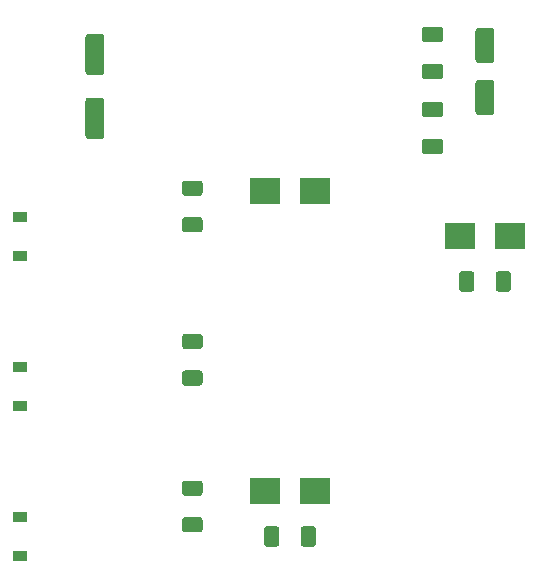
<source format=gbr>
%TF.GenerationSoftware,KiCad,Pcbnew,5.1.10-1.fc33*%
%TF.CreationDate,2021-06-13T17:02:16+02:00*%
%TF.ProjectId,power-driver,706f7765-722d-4647-9269-7665722e6b69,rev?*%
%TF.SameCoordinates,Original*%
%TF.FileFunction,Paste,Top*%
%TF.FilePolarity,Positive*%
%FSLAX46Y46*%
G04 Gerber Fmt 4.6, Leading zero omitted, Abs format (unit mm)*
G04 Created by KiCad (PCBNEW 5.1.10-1.fc33) date 2021-06-13 17:02:16*
%MOMM*%
%LPD*%
G01*
G04 APERTURE LIST*
%ADD10R,1.200000X0.900000*%
%ADD11R,2.500000X2.300000*%
G04 APERTURE END LIST*
D10*
%TO.C,D6*%
X105410000Y-118490000D03*
X105410000Y-115190000D03*
%TD*%
%TO.C,D5*%
X105410000Y-105790000D03*
X105410000Y-102490000D03*
%TD*%
%TO.C,D4*%
X105410000Y-93090000D03*
X105410000Y-89790000D03*
%TD*%
%TO.C,R8*%
G36*
G01*
X129170000Y-117465000D02*
X129170000Y-116215000D01*
G75*
G02*
X129420000Y-115965000I250000J0D01*
G01*
X130220000Y-115965000D01*
G75*
G02*
X130470000Y-116215000I0J-250000D01*
G01*
X130470000Y-117465000D01*
G75*
G02*
X130220000Y-117715000I-250000J0D01*
G01*
X129420000Y-117715000D01*
G75*
G02*
X129170000Y-117465000I0J250000D01*
G01*
G37*
G36*
G01*
X126070000Y-117465000D02*
X126070000Y-116215000D01*
G75*
G02*
X126320000Y-115965000I250000J0D01*
G01*
X127120000Y-115965000D01*
G75*
G02*
X127370000Y-116215000I0J-250000D01*
G01*
X127370000Y-117465000D01*
G75*
G02*
X127120000Y-117715000I-250000J0D01*
G01*
X126320000Y-117715000D01*
G75*
G02*
X126070000Y-117465000I0J250000D01*
G01*
G37*
%TD*%
%TO.C,R7*%
G36*
G01*
X145680000Y-95875000D02*
X145680000Y-94625000D01*
G75*
G02*
X145930000Y-94375000I250000J0D01*
G01*
X146730000Y-94375000D01*
G75*
G02*
X146980000Y-94625000I0J-250000D01*
G01*
X146980000Y-95875000D01*
G75*
G02*
X146730000Y-96125000I-250000J0D01*
G01*
X145930000Y-96125000D01*
G75*
G02*
X145680000Y-95875000I0J250000D01*
G01*
G37*
G36*
G01*
X142580000Y-95875000D02*
X142580000Y-94625000D01*
G75*
G02*
X142830000Y-94375000I250000J0D01*
G01*
X143630000Y-94375000D01*
G75*
G02*
X143880000Y-94625000I0J-250000D01*
G01*
X143880000Y-95875000D01*
G75*
G02*
X143630000Y-96125000I-250000J0D01*
G01*
X142830000Y-96125000D01*
G75*
G02*
X142580000Y-95875000I0J250000D01*
G01*
G37*
%TD*%
%TO.C,R3*%
G36*
G01*
X119390000Y-115200000D02*
X120640000Y-115200000D01*
G75*
G02*
X120890000Y-115450000I0J-250000D01*
G01*
X120890000Y-116250000D01*
G75*
G02*
X120640000Y-116500000I-250000J0D01*
G01*
X119390000Y-116500000D01*
G75*
G02*
X119140000Y-116250000I0J250000D01*
G01*
X119140000Y-115450000D01*
G75*
G02*
X119390000Y-115200000I250000J0D01*
G01*
G37*
G36*
G01*
X119390000Y-112100000D02*
X120640000Y-112100000D01*
G75*
G02*
X120890000Y-112350000I0J-250000D01*
G01*
X120890000Y-113150000D01*
G75*
G02*
X120640000Y-113400000I-250000J0D01*
G01*
X119390000Y-113400000D01*
G75*
G02*
X119140000Y-113150000I0J250000D01*
G01*
X119140000Y-112350000D01*
G75*
G02*
X119390000Y-112100000I250000J0D01*
G01*
G37*
%TD*%
%TO.C,R2*%
G36*
G01*
X119390000Y-102780000D02*
X120640000Y-102780000D01*
G75*
G02*
X120890000Y-103030000I0J-250000D01*
G01*
X120890000Y-103830000D01*
G75*
G02*
X120640000Y-104080000I-250000J0D01*
G01*
X119390000Y-104080000D01*
G75*
G02*
X119140000Y-103830000I0J250000D01*
G01*
X119140000Y-103030000D01*
G75*
G02*
X119390000Y-102780000I250000J0D01*
G01*
G37*
G36*
G01*
X119390000Y-99680000D02*
X120640000Y-99680000D01*
G75*
G02*
X120890000Y-99930000I0J-250000D01*
G01*
X120890000Y-100730000D01*
G75*
G02*
X120640000Y-100980000I-250000J0D01*
G01*
X119390000Y-100980000D01*
G75*
G02*
X119140000Y-100730000I0J250000D01*
G01*
X119140000Y-99930000D01*
G75*
G02*
X119390000Y-99680000I250000J0D01*
G01*
G37*
%TD*%
%TO.C,R1*%
G36*
G01*
X119390000Y-89800000D02*
X120640000Y-89800000D01*
G75*
G02*
X120890000Y-90050000I0J-250000D01*
G01*
X120890000Y-90850000D01*
G75*
G02*
X120640000Y-91100000I-250000J0D01*
G01*
X119390000Y-91100000D01*
G75*
G02*
X119140000Y-90850000I0J250000D01*
G01*
X119140000Y-90050000D01*
G75*
G02*
X119390000Y-89800000I250000J0D01*
G01*
G37*
G36*
G01*
X119390000Y-86700000D02*
X120640000Y-86700000D01*
G75*
G02*
X120890000Y-86950000I0J-250000D01*
G01*
X120890000Y-87750000D01*
G75*
G02*
X120640000Y-88000000I-250000J0D01*
G01*
X119390000Y-88000000D01*
G75*
G02*
X119140000Y-87750000I0J250000D01*
G01*
X119140000Y-86950000D01*
G75*
G02*
X119390000Y-86700000I250000J0D01*
G01*
G37*
%TD*%
D11*
%TO.C,D3*%
X130420000Y-113030000D03*
X126120000Y-113030000D03*
%TD*%
%TO.C,D2*%
X146930000Y-91440000D03*
X142630000Y-91440000D03*
%TD*%
%TO.C,D1*%
X126120000Y-87630000D03*
X130420000Y-87630000D03*
%TD*%
%TO.C,C4*%
G36*
G01*
X144230000Y-78170000D02*
X145330000Y-78170000D01*
G75*
G02*
X145580000Y-78420000I0J-250000D01*
G01*
X145580000Y-80920000D01*
G75*
G02*
X145330000Y-81170000I-250000J0D01*
G01*
X144230000Y-81170000D01*
G75*
G02*
X143980000Y-80920000I0J250000D01*
G01*
X143980000Y-78420000D01*
G75*
G02*
X144230000Y-78170000I250000J0D01*
G01*
G37*
G36*
G01*
X144230000Y-73770000D02*
X145330000Y-73770000D01*
G75*
G02*
X145580000Y-74020000I0J-250000D01*
G01*
X145580000Y-76520000D01*
G75*
G02*
X145330000Y-76770000I-250000J0D01*
G01*
X144230000Y-76770000D01*
G75*
G02*
X143980000Y-76520000I0J250000D01*
G01*
X143980000Y-74020000D01*
G75*
G02*
X144230000Y-73770000I250000J0D01*
G01*
G37*
%TD*%
%TO.C,C3*%
G36*
G01*
X139684999Y-76807500D02*
X140985001Y-76807500D01*
G75*
G02*
X141235000Y-77057499I0J-249999D01*
G01*
X141235000Y-77882501D01*
G75*
G02*
X140985001Y-78132500I-249999J0D01*
G01*
X139684999Y-78132500D01*
G75*
G02*
X139435000Y-77882501I0J249999D01*
G01*
X139435000Y-77057499D01*
G75*
G02*
X139684999Y-76807500I249999J0D01*
G01*
G37*
G36*
G01*
X139684999Y-73682500D02*
X140985001Y-73682500D01*
G75*
G02*
X141235000Y-73932499I0J-249999D01*
G01*
X141235000Y-74757501D01*
G75*
G02*
X140985001Y-75007500I-249999J0D01*
G01*
X139684999Y-75007500D01*
G75*
G02*
X139435000Y-74757501I0J249999D01*
G01*
X139435000Y-73932499D01*
G75*
G02*
X139684999Y-73682500I249999J0D01*
G01*
G37*
%TD*%
%TO.C,C2*%
G36*
G01*
X140985001Y-81357500D02*
X139684999Y-81357500D01*
G75*
G02*
X139435000Y-81107501I0J249999D01*
G01*
X139435000Y-80282499D01*
G75*
G02*
X139684999Y-80032500I249999J0D01*
G01*
X140985001Y-80032500D01*
G75*
G02*
X141235000Y-80282499I0J-249999D01*
G01*
X141235000Y-81107501D01*
G75*
G02*
X140985001Y-81357500I-249999J0D01*
G01*
G37*
G36*
G01*
X140985001Y-84482500D02*
X139684999Y-84482500D01*
G75*
G02*
X139435000Y-84232501I0J249999D01*
G01*
X139435000Y-83407499D01*
G75*
G02*
X139684999Y-83157500I249999J0D01*
G01*
X140985001Y-83157500D01*
G75*
G02*
X141235000Y-83407499I0J-249999D01*
G01*
X141235000Y-84232501D01*
G75*
G02*
X140985001Y-84482500I-249999J0D01*
G01*
G37*
%TD*%
%TO.C,C1*%
G36*
G01*
X112310000Y-77790000D02*
X111210000Y-77790000D01*
G75*
G02*
X110960000Y-77540000I0J250000D01*
G01*
X110960000Y-74540000D01*
G75*
G02*
X111210000Y-74290000I250000J0D01*
G01*
X112310000Y-74290000D01*
G75*
G02*
X112560000Y-74540000I0J-250000D01*
G01*
X112560000Y-77540000D01*
G75*
G02*
X112310000Y-77790000I-250000J0D01*
G01*
G37*
G36*
G01*
X112310000Y-83190000D02*
X111210000Y-83190000D01*
G75*
G02*
X110960000Y-82940000I0J250000D01*
G01*
X110960000Y-79940000D01*
G75*
G02*
X111210000Y-79690000I250000J0D01*
G01*
X112310000Y-79690000D01*
G75*
G02*
X112560000Y-79940000I0J-250000D01*
G01*
X112560000Y-82940000D01*
G75*
G02*
X112310000Y-83190000I-250000J0D01*
G01*
G37*
%TD*%
M02*

</source>
